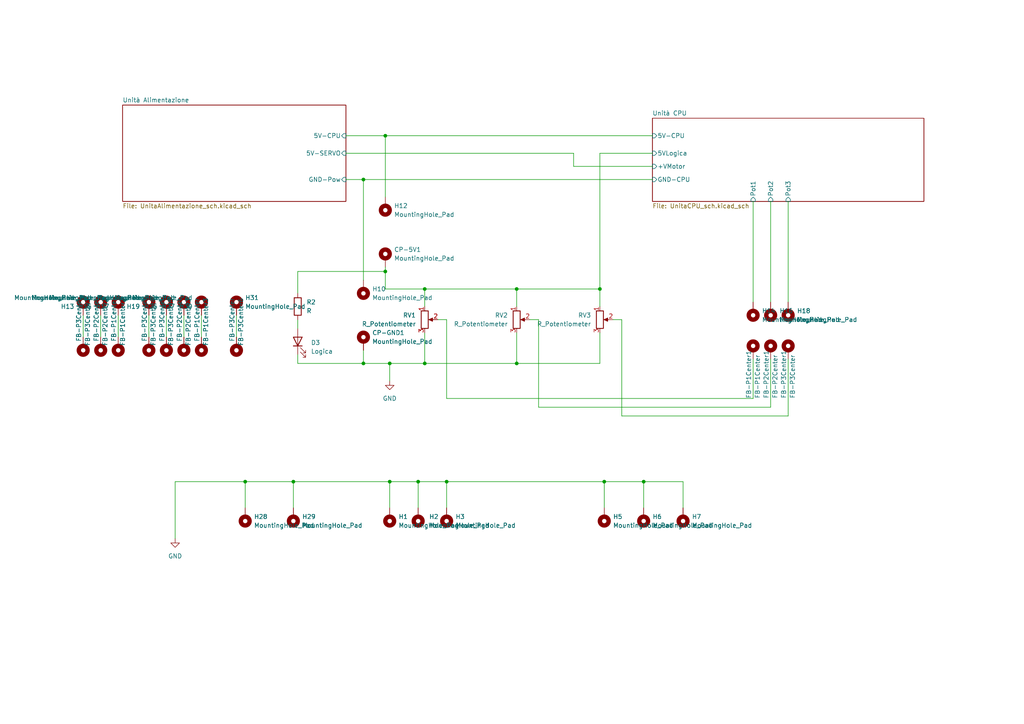
<source format=kicad_sch>
(kicad_sch (version 20211123) (generator eeschema)

  (uuid e63e39d7-6ac0-4ffd-8aa3-1841a4541b55)

  (paper "A4")

  (lib_symbols
    (symbol "Device:LED" (pin_numbers hide) (pin_names (offset 1.016) hide) (in_bom yes) (on_board yes)
      (property "Reference" "D" (id 0) (at 0 2.54 0)
        (effects (font (size 1.27 1.27)))
      )
      (property "Value" "LED" (id 1) (at 0 -2.54 0)
        (effects (font (size 1.27 1.27)))
      )
      (property "Footprint" "" (id 2) (at 0 0 0)
        (effects (font (size 1.27 1.27)) hide)
      )
      (property "Datasheet" "~" (id 3) (at 0 0 0)
        (effects (font (size 1.27 1.27)) hide)
      )
      (property "ki_keywords" "LED diode" (id 4) (at 0 0 0)
        (effects (font (size 1.27 1.27)) hide)
      )
      (property "ki_description" "Light emitting diode" (id 5) (at 0 0 0)
        (effects (font (size 1.27 1.27)) hide)
      )
      (property "ki_fp_filters" "LED* LED_SMD:* LED_THT:*" (id 6) (at 0 0 0)
        (effects (font (size 1.27 1.27)) hide)
      )
      (symbol "LED_0_1"
        (polyline
          (pts
            (xy -1.27 -1.27)
            (xy -1.27 1.27)
          )
          (stroke (width 0.254) (type default) (color 0 0 0 0))
          (fill (type none))
        )
        (polyline
          (pts
            (xy -1.27 0)
            (xy 1.27 0)
          )
          (stroke (width 0) (type default) (color 0 0 0 0))
          (fill (type none))
        )
        (polyline
          (pts
            (xy 1.27 -1.27)
            (xy 1.27 1.27)
            (xy -1.27 0)
            (xy 1.27 -1.27)
          )
          (stroke (width 0.254) (type default) (color 0 0 0 0))
          (fill (type none))
        )
        (polyline
          (pts
            (xy -3.048 -0.762)
            (xy -4.572 -2.286)
            (xy -3.81 -2.286)
            (xy -4.572 -2.286)
            (xy -4.572 -1.524)
          )
          (stroke (width 0) (type default) (color 0 0 0 0))
          (fill (type none))
        )
        (polyline
          (pts
            (xy -1.778 -0.762)
            (xy -3.302 -2.286)
            (xy -2.54 -2.286)
            (xy -3.302 -2.286)
            (xy -3.302 -1.524)
          )
          (stroke (width 0) (type default) (color 0 0 0 0))
          (fill (type none))
        )
      )
      (symbol "LED_1_1"
        (pin passive line (at -3.81 0 0) (length 2.54)
          (name "K" (effects (font (size 1.27 1.27))))
          (number "1" (effects (font (size 1.27 1.27))))
        )
        (pin passive line (at 3.81 0 180) (length 2.54)
          (name "A" (effects (font (size 1.27 1.27))))
          (number "2" (effects (font (size 1.27 1.27))))
        )
      )
    )
    (symbol "Device:R" (pin_numbers hide) (pin_names (offset 0)) (in_bom yes) (on_board yes)
      (property "Reference" "R" (id 0) (at 2.032 0 90)
        (effects (font (size 1.27 1.27)))
      )
      (property "Value" "R" (id 1) (at 0 0 90)
        (effects (font (size 1.27 1.27)))
      )
      (property "Footprint" "" (id 2) (at -1.778 0 90)
        (effects (font (size 1.27 1.27)) hide)
      )
      (property "Datasheet" "~" (id 3) (at 0 0 0)
        (effects (font (size 1.27 1.27)) hide)
      )
      (property "ki_keywords" "R res resistor" (id 4) (at 0 0 0)
        (effects (font (size 1.27 1.27)) hide)
      )
      (property "ki_description" "Resistor" (id 5) (at 0 0 0)
        (effects (font (size 1.27 1.27)) hide)
      )
      (property "ki_fp_filters" "R_*" (id 6) (at 0 0 0)
        (effects (font (size 1.27 1.27)) hide)
      )
      (symbol "R_0_1"
        (rectangle (start -1.016 -2.54) (end 1.016 2.54)
          (stroke (width 0.254) (type default) (color 0 0 0 0))
          (fill (type none))
        )
      )
      (symbol "R_1_1"
        (pin passive line (at 0 3.81 270) (length 1.27)
          (name "~" (effects (font (size 1.27 1.27))))
          (number "1" (effects (font (size 1.27 1.27))))
        )
        (pin passive line (at 0 -3.81 90) (length 1.27)
          (name "~" (effects (font (size 1.27 1.27))))
          (number "2" (effects (font (size 1.27 1.27))))
        )
      )
    )
    (symbol "Device:R_Potentiometer" (pin_names (offset 1.016) hide) (in_bom yes) (on_board yes)
      (property "Reference" "RV" (id 0) (at -4.445 0 90)
        (effects (font (size 1.27 1.27)))
      )
      (property "Value" "R_Potentiometer" (id 1) (at -2.54 0 90)
        (effects (font (size 1.27 1.27)))
      )
      (property "Footprint" "" (id 2) (at 0 0 0)
        (effects (font (size 1.27 1.27)) hide)
      )
      (property "Datasheet" "~" (id 3) (at 0 0 0)
        (effects (font (size 1.27 1.27)) hide)
      )
      (property "ki_keywords" "resistor variable" (id 4) (at 0 0 0)
        (effects (font (size 1.27 1.27)) hide)
      )
      (property "ki_description" "Potentiometer" (id 5) (at 0 0 0)
        (effects (font (size 1.27 1.27)) hide)
      )
      (property "ki_fp_filters" "Potentiometer*" (id 6) (at 0 0 0)
        (effects (font (size 1.27 1.27)) hide)
      )
      (symbol "R_Potentiometer_0_1"
        (polyline
          (pts
            (xy 2.54 0)
            (xy 1.524 0)
          )
          (stroke (width 0) (type default) (color 0 0 0 0))
          (fill (type none))
        )
        (polyline
          (pts
            (xy 1.143 0)
            (xy 2.286 0.508)
            (xy 2.286 -0.508)
            (xy 1.143 0)
          )
          (stroke (width 0) (type default) (color 0 0 0 0))
          (fill (type outline))
        )
        (rectangle (start 1.016 2.54) (end -1.016 -2.54)
          (stroke (width 0.254) (type default) (color 0 0 0 0))
          (fill (type none))
        )
      )
      (symbol "R_Potentiometer_1_1"
        (pin passive line (at 0 3.81 270) (length 1.27)
          (name "1" (effects (font (size 1.27 1.27))))
          (number "1" (effects (font (size 1.27 1.27))))
        )
        (pin passive line (at 3.81 0 180) (length 1.27)
          (name "2" (effects (font (size 1.27 1.27))))
          (number "2" (effects (font (size 1.27 1.27))))
        )
        (pin passive line (at 0 -3.81 90) (length 1.27)
          (name "3" (effects (font (size 1.27 1.27))))
          (number "3" (effects (font (size 1.27 1.27))))
        )
      )
    )
    (symbol "Mechanical:MountingHole_Pad" (pin_numbers hide) (pin_names (offset 1.016) hide) (in_bom yes) (on_board yes)
      (property "Reference" "H" (id 0) (at 0 6.35 0)
        (effects (font (size 1.27 1.27)))
      )
      (property "Value" "MountingHole_Pad" (id 1) (at 0 4.445 0)
        (effects (font (size 1.27 1.27)))
      )
      (property "Footprint" "" (id 2) (at 0 0 0)
        (effects (font (size 1.27 1.27)) hide)
      )
      (property "Datasheet" "~" (id 3) (at 0 0 0)
        (effects (font (size 1.27 1.27)) hide)
      )
      (property "ki_keywords" "mounting hole" (id 4) (at 0 0 0)
        (effects (font (size 1.27 1.27)) hide)
      )
      (property "ki_description" "Mounting Hole with connection" (id 5) (at 0 0 0)
        (effects (font (size 1.27 1.27)) hide)
      )
      (property "ki_fp_filters" "MountingHole*Pad*" (id 6) (at 0 0 0)
        (effects (font (size 1.27 1.27)) hide)
      )
      (symbol "MountingHole_Pad_0_1"
        (circle (center 0 1.27) (radius 1.27)
          (stroke (width 1.27) (type default) (color 0 0 0 0))
          (fill (type none))
        )
      )
      (symbol "MountingHole_Pad_1_1"
        (pin input line (at 0 -2.54 90) (length 2.54)
          (name "1" (effects (font (size 1.27 1.27))))
          (number "1" (effects (font (size 1.27 1.27))))
        )
      )
    )
    (symbol "power:GND" (power) (pin_names (offset 0)) (in_bom yes) (on_board yes)
      (property "Reference" "#PWR" (id 0) (at 0 -6.35 0)
        (effects (font (size 1.27 1.27)) hide)
      )
      (property "Value" "GND" (id 1) (at 0 -3.81 0)
        (effects (font (size 1.27 1.27)))
      )
      (property "Footprint" "" (id 2) (at 0 0 0)
        (effects (font (size 1.27 1.27)) hide)
      )
      (property "Datasheet" "" (id 3) (at 0 0 0)
        (effects (font (size 1.27 1.27)) hide)
      )
      (property "ki_keywords" "power-flag" (id 4) (at 0 0 0)
        (effects (font (size 1.27 1.27)) hide)
      )
      (property "ki_description" "Power symbol creates a global label with name \"GND\" , ground" (id 5) (at 0 0 0)
        (effects (font (size 1.27 1.27)) hide)
      )
      (symbol "GND_0_1"
        (polyline
          (pts
            (xy 0 0)
            (xy 0 -1.27)
            (xy 1.27 -1.27)
            (xy 0 -2.54)
            (xy -1.27 -1.27)
            (xy 0 -1.27)
          )
          (stroke (width 0) (type default) (color 0 0 0 0))
          (fill (type none))
        )
      )
      (symbol "GND_1_1"
        (pin power_in line (at 0 0 270) (length 0) hide
          (name "GND" (effects (font (size 1.27 1.27))))
          (number "1" (effects (font (size 1.27 1.27))))
        )
      )
    )
  )

  (junction (at 173.99 83.82) (diameter 0) (color 0 0 0 0)
    (uuid 013ea997-67e4-4c85-a73b-c4fd941974d0)
  )
  (junction (at 105.41 105.41) (diameter 0) (color 0 0 0 0)
    (uuid 02ca7bdb-854c-4876-a786-76493f17cd83)
  )
  (junction (at 105.41 52.07) (diameter 0) (color 0 0 0 0)
    (uuid 0e5ba606-29f1-415d-b782-15075e12dae2)
  )
  (junction (at 111.76 39.37) (diameter 0) (color 0 0 0 0)
    (uuid 100614f3-e95f-40a5-81a7-83b0ba9f091f)
  )
  (junction (at 85.09 139.7) (diameter 0) (color 0 0 0 0)
    (uuid 1a64b692-de11-4924-956e-1b13ef4f1ba3)
  )
  (junction (at 129.54 139.7) (diameter 0) (color 0 0 0 0)
    (uuid 1f105240-9a45-44c8-9416-e984839543a1)
  )
  (junction (at 113.03 139.7) (diameter 0) (color 0 0 0 0)
    (uuid 231fe841-169f-4f72-9cea-aee234e637b5)
  )
  (junction (at 71.12 139.7) (diameter 0) (color 0 0 0 0)
    (uuid 2522e37b-4b1c-45d0-85e8-749214fee16f)
  )
  (junction (at 113.03 105.41) (diameter 0) (color 0 0 0 0)
    (uuid 2b881fd9-9372-4337-9f5e-56b768136bf3)
  )
  (junction (at 175.26 139.7) (diameter 0) (color 0 0 0 0)
    (uuid 2db42515-9eb2-420b-a4f1-cebd4f2762b0)
  )
  (junction (at 121.285 139.7) (diameter 0) (color 0 0 0 0)
    (uuid 61f3ca02-c38b-4383-8fd3-c64a397465a1)
  )
  (junction (at 149.86 105.41) (diameter 0) (color 0 0 0 0)
    (uuid 6762deaf-87b3-4b6c-9459-96aa34012e6a)
  )
  (junction (at 186.69 139.7) (diameter 0) (color 0 0 0 0)
    (uuid 7dee8e97-7b49-4d31-b06d-c646cee20c99)
  )
  (junction (at 123.19 83.82) (diameter 0) (color 0 0 0 0)
    (uuid a1b8de98-89b0-4324-8434-b32bfb006ead)
  )
  (junction (at 111.76 78.74) (diameter 0) (color 0 0 0 0)
    (uuid a759c16e-80d1-41fe-9783-a2b378360a00)
  )
  (junction (at 123.19 105.41) (diameter 0) (color 0 0 0 0)
    (uuid cec42cd6-9179-4d89-9340-73b8b8847a81)
  )
  (junction (at 149.86 83.82) (diameter 0) (color 0 0 0 0)
    (uuid cef57f78-8ee2-4b5b-971d-07808e19b54b)
  )

  (wire (pts (xy 180.34 92.71) (xy 177.8 92.71))
    (stroke (width 0) (type default) (color 0 0 0 0))
    (uuid 044f5ca3-d113-4908-967e-c419c4376772)
  )
  (wire (pts (xy 180.34 120.65) (xy 180.34 92.71))
    (stroke (width 0) (type default) (color 0 0 0 0))
    (uuid 04cd9eab-c91f-472b-9883-0a413baa54f7)
  )
  (wire (pts (xy 105.41 52.07) (xy 189.23 52.07))
    (stroke (width 0) (type default) (color 0 0 0 0))
    (uuid 0747279c-ab36-4808-926f-881c63b8fe4a)
  )
  (wire (pts (xy 71.12 139.7) (xy 85.09 139.7))
    (stroke (width 0) (type default) (color 0 0 0 0))
    (uuid 07dbfa1f-17e9-4f4e-8c78-3db9cfc5e400)
  )
  (wire (pts (xy 48.26 91.44) (xy 48.26 97.79))
    (stroke (width 0) (type default) (color 0 0 0 0))
    (uuid 0a24fb41-fbe2-4a55-9f34-07904d20dc2a)
  )
  (wire (pts (xy 189.23 44.45) (xy 173.99 44.45))
    (stroke (width 0) (type default) (color 0 0 0 0))
    (uuid 0d81022f-75d4-422d-9e0e-dd52a55e3ae1)
  )
  (wire (pts (xy 86.36 105.41) (xy 105.41 105.41))
    (stroke (width 0) (type default) (color 0 0 0 0))
    (uuid 14954291-3c23-48c2-8ba2-97b9da424129)
  )
  (wire (pts (xy 113.03 105.41) (xy 123.19 105.41))
    (stroke (width 0) (type default) (color 0 0 0 0))
    (uuid 14bbbfb5-d749-41c0-b0cd-89e1e2771d8b)
  )
  (wire (pts (xy 58.42 91.44) (xy 58.42 97.79))
    (stroke (width 0) (type default) (color 0 0 0 0))
    (uuid 165c7ff5-e1e6-4d2f-b4a1-7e6dad49c085)
  )
  (wire (pts (xy 86.36 78.74) (xy 111.76 78.74))
    (stroke (width 0) (type default) (color 0 0 0 0))
    (uuid 17798d7e-17b6-43d3-9405-3f46f50f6006)
  )
  (wire (pts (xy 111.76 83.82) (xy 123.19 83.82))
    (stroke (width 0) (type default) (color 0 0 0 0))
    (uuid 1a302d6d-c61c-4b5e-bb5b-b2c37d382267)
  )
  (wire (pts (xy 111.76 39.37) (xy 111.76 57.15))
    (stroke (width 0) (type default) (color 0 0 0 0))
    (uuid 23d9876c-9c1c-4e69-81e0-418a7b9b8156)
  )
  (wire (pts (xy 218.44 115.57) (xy 129.54 115.57))
    (stroke (width 0) (type default) (color 0 0 0 0))
    (uuid 2d5cb624-cdeb-45d6-8ebb-3cad54de937c)
  )
  (wire (pts (xy 111.76 78.74) (xy 111.76 83.82))
    (stroke (width 0) (type default) (color 0 0 0 0))
    (uuid 308c0f37-e1ba-4eff-8f28-dddfa68ccd4f)
  )
  (wire (pts (xy 105.41 101.6) (xy 105.41 105.41))
    (stroke (width 0) (type default) (color 0 0 0 0))
    (uuid 3263febc-683e-41b7-acdb-9a4591c8a863)
  )
  (wire (pts (xy 53.34 91.44) (xy 53.34 97.79))
    (stroke (width 0) (type default) (color 0 0 0 0))
    (uuid 362810d3-064e-44f4-89ea-b9b352c04be7)
  )
  (wire (pts (xy 123.19 83.82) (xy 149.86 83.82))
    (stroke (width 0) (type default) (color 0 0 0 0))
    (uuid 3b9ed512-2207-4134-8ab8-074af002f6c4)
  )
  (wire (pts (xy 111.76 77.47) (xy 111.76 78.74))
    (stroke (width 0) (type default) (color 0 0 0 0))
    (uuid 3cd64554-b157-4121-a2b1-57affe56f330)
  )
  (wire (pts (xy 68.58 91.44) (xy 68.58 97.79))
    (stroke (width 0) (type default) (color 0 0 0 0))
    (uuid 3dc47751-aad8-4685-883d-1638d476f76e)
  )
  (wire (pts (xy 113.03 139.7) (xy 113.03 147.32))
    (stroke (width 0) (type default) (color 0 0 0 0))
    (uuid 3dcb6206-414e-4f89-befa-3ac73ef0ac3e)
  )
  (wire (pts (xy 71.12 139.7) (xy 71.12 147.32))
    (stroke (width 0) (type default) (color 0 0 0 0))
    (uuid 3de443f1-c53e-4d41-85cf-f6bdfbc077ee)
  )
  (wire (pts (xy 123.19 105.41) (xy 149.86 105.41))
    (stroke (width 0) (type default) (color 0 0 0 0))
    (uuid 3e9e4983-8e90-4ecb-9cb6-18aaef3c10ef)
  )
  (wire (pts (xy 43.18 91.44) (xy 43.18 97.79))
    (stroke (width 0) (type default) (color 0 0 0 0))
    (uuid 416d78f5-df26-4e80-bcfe-e14b93bc238c)
  )
  (wire (pts (xy 105.41 52.07) (xy 105.41 81.28))
    (stroke (width 0) (type default) (color 0 0 0 0))
    (uuid 422e01d3-bd9d-4264-bede-9823fe91cdcf)
  )
  (wire (pts (xy 223.52 58.42) (xy 223.52 87.63))
    (stroke (width 0) (type default) (color 0 0 0 0))
    (uuid 44321113-af3a-4d9e-bf31-d2770c836e5e)
  )
  (wire (pts (xy 149.86 96.52) (xy 149.86 105.41))
    (stroke (width 0) (type default) (color 0 0 0 0))
    (uuid 465ecb27-7138-4270-8ad8-b99faa854fad)
  )
  (wire (pts (xy 86.36 92.71) (xy 86.36 95.25))
    (stroke (width 0) (type default) (color 0 0 0 0))
    (uuid 491d827f-f48b-40b0-9be5-4db8c3b10e15)
  )
  (wire (pts (xy 223.52 118.11) (xy 156.21 118.11))
    (stroke (width 0) (type default) (color 0 0 0 0))
    (uuid 4a443588-6a1d-408e-a939-f58fed09f5ca)
  )
  (wire (pts (xy 175.26 139.7) (xy 186.69 139.7))
    (stroke (width 0) (type default) (color 0 0 0 0))
    (uuid 515c5576-0987-4b57-9e87-6be502c7b197)
  )
  (wire (pts (xy 156.21 118.11) (xy 156.21 92.71))
    (stroke (width 0) (type default) (color 0 0 0 0))
    (uuid 550f05da-7829-4e54-8ee0-6bdeaafcbd8a)
  )
  (wire (pts (xy 173.99 83.82) (xy 173.99 88.9))
    (stroke (width 0) (type default) (color 0 0 0 0))
    (uuid 55b4a7b2-dc10-4200-9c7c-c7d5dbf7fae1)
  )
  (wire (pts (xy 113.03 139.7) (xy 121.285 139.7))
    (stroke (width 0) (type default) (color 0 0 0 0))
    (uuid 5607ec6a-7afe-4b06-9982-5b712a029a50)
  )
  (wire (pts (xy 149.86 83.82) (xy 149.86 88.9))
    (stroke (width 0) (type default) (color 0 0 0 0))
    (uuid 59739500-725a-44a3-8db2-8d4cfc853523)
  )
  (wire (pts (xy 228.6 58.42) (xy 228.6 87.63))
    (stroke (width 0) (type default) (color 0 0 0 0))
    (uuid 59bc57f3-ad9d-4e77-9abd-78f81d4b053a)
  )
  (wire (pts (xy 129.54 139.7) (xy 175.26 139.7))
    (stroke (width 0) (type default) (color 0 0 0 0))
    (uuid 5a5d023a-182e-48ab-904f-0804b4680798)
  )
  (wire (pts (xy 113.03 105.41) (xy 113.03 110.49))
    (stroke (width 0) (type default) (color 0 0 0 0))
    (uuid 5d646318-9346-450e-b3e4-4fca339d6cde)
  )
  (wire (pts (xy 50.8 139.7) (xy 71.12 139.7))
    (stroke (width 0) (type default) (color 0 0 0 0))
    (uuid 5ec4d6b4-44b5-4d37-8371-63965b41e97d)
  )
  (wire (pts (xy 149.86 83.82) (xy 173.99 83.82))
    (stroke (width 0) (type default) (color 0 0 0 0))
    (uuid 6149a6ee-c1e6-4a9a-bed1-8bd3494a818c)
  )
  (wire (pts (xy 218.44 104.14) (xy 218.44 115.57))
    (stroke (width 0) (type default) (color 0 0 0 0))
    (uuid 62cfc4fa-5a03-42e2-8897-6781688d9277)
  )
  (wire (pts (xy 85.09 139.7) (xy 85.09 147.32))
    (stroke (width 0) (type default) (color 0 0 0 0))
    (uuid 6536304e-e898-43e5-8f33-f9619af70667)
  )
  (wire (pts (xy 85.09 139.7) (xy 113.03 139.7))
    (stroke (width 0) (type default) (color 0 0 0 0))
    (uuid 657814eb-af14-46a8-ad09-8dffac3b30ae)
  )
  (wire (pts (xy 186.69 139.7) (xy 198.12 139.7))
    (stroke (width 0) (type default) (color 0 0 0 0))
    (uuid 6b1ce413-aa58-416f-9846-ad551032e26e)
  )
  (wire (pts (xy 100.33 39.37) (xy 111.76 39.37))
    (stroke (width 0) (type default) (color 0 0 0 0))
    (uuid 6dd07dbc-24b7-4960-95f2-8ee9adbf89a6)
  )
  (wire (pts (xy 111.76 39.37) (xy 189.23 39.37))
    (stroke (width 0) (type default) (color 0 0 0 0))
    (uuid 6e77ae94-2142-4b98-9a17-7a08f402d184)
  )
  (wire (pts (xy 100.33 44.45) (xy 166.37 44.45))
    (stroke (width 0) (type default) (color 0 0 0 0))
    (uuid 70cacd5d-bd17-4a97-89f1-271a2d89575f)
  )
  (wire (pts (xy 186.69 139.7) (xy 186.69 147.32))
    (stroke (width 0) (type default) (color 0 0 0 0))
    (uuid 757d8d87-b687-4a9c-bbce-38d43c76724a)
  )
  (wire (pts (xy 223.52 104.14) (xy 223.52 118.11))
    (stroke (width 0) (type default) (color 0 0 0 0))
    (uuid 7631825c-ac80-4af2-adaa-ba1835fd1556)
  )
  (wire (pts (xy 218.44 58.42) (xy 218.44 87.63))
    (stroke (width 0) (type default) (color 0 0 0 0))
    (uuid 7fa6b574-0e5b-4345-b7b3-8c66cedbc2e6)
  )
  (wire (pts (xy 166.37 48.26) (xy 189.23 48.26))
    (stroke (width 0) (type default) (color 0 0 0 0))
    (uuid 823d05ec-10e9-46f4-995f-4369b30df2c8)
  )
  (wire (pts (xy 173.99 44.45) (xy 173.99 83.82))
    (stroke (width 0) (type default) (color 0 0 0 0))
    (uuid 8db6ced9-6da5-43bf-99c0-58d5dd0ca249)
  )
  (wire (pts (xy 86.36 85.09) (xy 86.36 78.74))
    (stroke (width 0) (type default) (color 0 0 0 0))
    (uuid 8dc44e4c-9013-4632-be08-aa6d653f0273)
  )
  (wire (pts (xy 29.21 91.44) (xy 29.21 97.79))
    (stroke (width 0) (type default) (color 0 0 0 0))
    (uuid 8f30ca13-746f-4d67-99fd-72f867a8a35b)
  )
  (wire (pts (xy 105.41 105.41) (xy 113.03 105.41))
    (stroke (width 0) (type default) (color 0 0 0 0))
    (uuid 8f584f9f-ecfd-4de8-899e-835e96ae7b4c)
  )
  (wire (pts (xy 24.13 91.44) (xy 24.13 97.79))
    (stroke (width 0) (type default) (color 0 0 0 0))
    (uuid 9b3c4ef2-d490-4716-b993-c1bfded94224)
  )
  (wire (pts (xy 123.19 83.82) (xy 123.19 88.9))
    (stroke (width 0) (type default) (color 0 0 0 0))
    (uuid a63baa35-859a-4d52-a41e-bbfa2d8a8e61)
  )
  (wire (pts (xy 129.54 139.7) (xy 129.54 147.32))
    (stroke (width 0) (type default) (color 0 0 0 0))
    (uuid b0a552b8-bc5d-41e8-93ec-a39943804b37)
  )
  (wire (pts (xy 175.26 139.7) (xy 175.26 147.32))
    (stroke (width 0) (type default) (color 0 0 0 0))
    (uuid b2fe2dcb-888d-48b3-8397-2ba0d6e35321)
  )
  (wire (pts (xy 166.37 44.45) (xy 166.37 48.26))
    (stroke (width 0) (type default) (color 0 0 0 0))
    (uuid b59ee4b1-3a05-4929-afcd-0bab363aea33)
  )
  (wire (pts (xy 129.54 92.71) (xy 129.54 115.57))
    (stroke (width 0) (type default) (color 0 0 0 0))
    (uuid b609c598-c27b-41b3-9251-01dff298c8b5)
  )
  (wire (pts (xy 121.285 139.7) (xy 121.285 147.32))
    (stroke (width 0) (type default) (color 0 0 0 0))
    (uuid b9748f2b-72a2-4c39-a2a2-bc18197febd3)
  )
  (wire (pts (xy 149.86 105.41) (xy 173.99 105.41))
    (stroke (width 0) (type default) (color 0 0 0 0))
    (uuid bcf1b58b-9f5d-4c6c-86b2-c10bab7290bc)
  )
  (wire (pts (xy 50.8 156.21) (xy 50.8 139.7))
    (stroke (width 0) (type default) (color 0 0 0 0))
    (uuid ca7ae5d5-afed-479d-b0b8-d5e4a9819786)
  )
  (wire (pts (xy 228.6 120.65) (xy 180.34 120.65))
    (stroke (width 0) (type default) (color 0 0 0 0))
    (uuid cca8aa27-a793-45ba-94e4-ef31e95139cc)
  )
  (wire (pts (xy 228.6 104.14) (xy 228.6 120.65))
    (stroke (width 0) (type default) (color 0 0 0 0))
    (uuid cf79d464-601a-4bae-bf4d-97e21266c729)
  )
  (wire (pts (xy 156.21 92.71) (xy 153.67 92.71))
    (stroke (width 0) (type default) (color 0 0 0 0))
    (uuid d0dae0f9-8a88-4ef1-9511-18529adba88a)
  )
  (wire (pts (xy 127 92.71) (xy 129.54 92.71))
    (stroke (width 0) (type default) (color 0 0 0 0))
    (uuid d3a6f518-35b3-4da1-a996-5260ba25b6e6)
  )
  (wire (pts (xy 123.19 96.52) (xy 123.19 105.41))
    (stroke (width 0) (type default) (color 0 0 0 0))
    (uuid d72d203c-c45e-4bbd-b8db-ba84652b32da)
  )
  (wire (pts (xy 198.12 139.7) (xy 198.12 147.32))
    (stroke (width 0) (type default) (color 0 0 0 0))
    (uuid db65f7aa-647c-4afa-a319-bab98cd96811)
  )
  (wire (pts (xy 86.36 102.87) (xy 86.36 105.41))
    (stroke (width 0) (type default) (color 0 0 0 0))
    (uuid df1f36a1-46b8-4d6b-852e-ddb0b1fa07be)
  )
  (wire (pts (xy 121.285 139.7) (xy 129.54 139.7))
    (stroke (width 0) (type default) (color 0 0 0 0))
    (uuid f1ab78ad-0544-4081-9add-1c15b93a65ea)
  )
  (wire (pts (xy 173.99 96.52) (xy 173.99 105.41))
    (stroke (width 0) (type default) (color 0 0 0 0))
    (uuid f4e1b81e-f02a-451a-905f-f000b6b75e92)
  )
  (wire (pts (xy 34.29 91.44) (xy 34.29 97.79))
    (stroke (width 0) (type default) (color 0 0 0 0))
    (uuid f5bf0ab3-d400-4975-a0aa-e5fe96a0ed1e)
  )
  (wire (pts (xy 100.33 52.07) (xy 105.41 52.07))
    (stroke (width 0) (type default) (color 0 0 0 0))
    (uuid f69557d9-537a-4277-ab33-2a6be972a8b2)
  )

  (symbol (lib_id "power:GND") (at 50.8 156.21 0) (unit 1)
    (in_bom yes) (on_board yes) (fields_autoplaced)
    (uuid 00784d86-2448-4b04-a05e-0732d4d827d0)
    (property "Reference" "#PWR0102" (id 0) (at 50.8 162.56 0)
      (effects (font (size 1.27 1.27)) hide)
    )
    (property "Value" "GND" (id 1) (at 50.8 161.29 0))
    (property "Footprint" "" (id 2) (at 50.8 156.21 0)
      (effects (font (size 1.27 1.27)) hide)
    )
    (property "Datasheet" "" (id 3) (at 50.8 156.21 0)
      (effects (font (size 1.27 1.27)) hide)
    )
    (pin "1" (uuid 5845f042-3a28-4f57-a053-041a9a8fd41c))
  )

  (symbol (lib_id "Mechanical:MountingHole_Pad") (at 71.12 149.86 180) (unit 1)
    (in_bom yes) (on_board yes) (fields_autoplaced)
    (uuid 085d1d5a-23d4-4772-9ca8-6699b7670a98)
    (property "Reference" "H28" (id 0) (at 73.66 149.8599 0)
      (effects (font (size 1.27 1.27)) (justify right))
    )
    (property "Value" "MountingHole_Pad" (id 1) (at 73.66 152.3999 0)
      (effects (font (size 1.27 1.27)) (justify right))
    )
    (property "Footprint" "MountingHole:MountingHole_6.5mm_Pad_Via" (id 2) (at 71.12 149.86 0)
      (effects (font (size 1.27 1.27)) hide)
    )
    (property "Datasheet" "~" (id 3) (at 71.12 149.86 0)
      (effects (font (size 1.27 1.27)) hide)
    )
    (pin "1" (uuid 882c8532-f968-412b-a18b-a33e34a874e0))
  )

  (symbol (lib_id "Mechanical:MountingHole_Pad") (at 105.41 83.82 180) (unit 1)
    (in_bom yes) (on_board yes) (fields_autoplaced)
    (uuid 0862c125-59e8-4c8d-b4fa-e65482907ea4)
    (property "Reference" "H10" (id 0) (at 107.95 83.8199 0)
      (effects (font (size 1.27 1.27)) (justify right))
    )
    (property "Value" "MountingHole_Pad" (id 1) (at 107.95 86.3599 0)
      (effects (font (size 1.27 1.27)) (justify right))
    )
    (property "Footprint" "MountingHole:Asola" (id 2) (at 105.41 83.82 0)
      (effects (font (size 1.27 1.27)) hide)
    )
    (property "Datasheet" "~" (id 3) (at 105.41 83.82 0)
      (effects (font (size 1.27 1.27)) hide)
    )
    (pin "1" (uuid 156a3827-d676-4944-89e6-7927ff6d72b9))
  )

  (symbol (lib_id "Mechanical:MountingHole_Pad") (at 48.26 100.33 180) (unit 1)
    (in_bom yes) (on_board yes)
    (uuid 0ae336a3-ef93-4363-ae73-74cf76fbefda)
    (property "Reference" "FB-P3Center5" (id 0) (at 49.53 86.36 90)
      (effects (font (size 1.27 1.27)) (justify left))
    )
    (property "Value" "FB-P3Center" (id 1) (at 46.99 86.36 90)
      (effects (font (size 1.27 1.27)) (justify left))
    )
    (property "Footprint" "MountingHole:TenonePerAsola" (id 2) (at 48.26 100.33 0)
      (effects (font (size 1.27 1.27)) hide)
    )
    (property "Datasheet" "~" (id 3) (at 48.26 100.33 0)
      (effects (font (size 1.27 1.27)) hide)
    )
    (pin "1" (uuid 54c41f45-f819-4214-9f8c-9e54181e7e30))
  )

  (symbol (lib_id "Mechanical:MountingHole_Pad") (at 111.76 59.69 180) (unit 1)
    (in_bom yes) (on_board yes) (fields_autoplaced)
    (uuid 192e6909-4b91-48bf-ab13-775f2f7da56b)
    (property "Reference" "H12" (id 0) (at 114.3 59.6899 0)
      (effects (font (size 1.27 1.27)) (justify right))
    )
    (property "Value" "MountingHole_Pad" (id 1) (at 114.3 62.2299 0)
      (effects (font (size 1.27 1.27)) (justify right))
    )
    (property "Footprint" "MountingHole:Asola" (id 2) (at 111.76 59.69 0)
      (effects (font (size 1.27 1.27)) hide)
    )
    (property "Datasheet" "~" (id 3) (at 111.76 59.69 0)
      (effects (font (size 1.27 1.27)) hide)
    )
    (pin "1" (uuid fff1ce8b-058d-4dad-8b3f-aa576a0f4abc))
  )

  (symbol (lib_id "Device:R") (at 86.36 88.9 0) (unit 1)
    (in_bom yes) (on_board yes) (fields_autoplaced)
    (uuid 1fef8e5d-dc62-4e74-a011-dc40bb853346)
    (property "Reference" "R2" (id 0) (at 88.9 87.6299 0)
      (effects (font (size 1.27 1.27)) (justify left))
    )
    (property "Value" "R" (id 1) (at 88.9 90.1699 0)
      (effects (font (size 1.27 1.27)) (justify left))
    )
    (property "Footprint" "Resistor_THT:R_Axial_DIN0309_L9.0mm_D3.2mm_P20.32mm_Horizontal" (id 2) (at 84.582 88.9 90)
      (effects (font (size 1.27 1.27)) hide)
    )
    (property "Datasheet" "~" (id 3) (at 86.36 88.9 0)
      (effects (font (size 1.27 1.27)) hide)
    )
    (pin "1" (uuid fc3e3262-baa7-496f-8c1a-5996e0d5961c))
    (pin "2" (uuid 27e084e7-4b05-4b94-934b-90bae972fa0c))
  )

  (symbol (lib_id "Mechanical:MountingHole_Pad") (at 53.34 88.9 0) (unit 1)
    (in_bom yes) (on_board yes) (fields_autoplaced)
    (uuid 2746af1e-d66a-4003-b172-db1b11bd6f1a)
    (property "Reference" "H27" (id 0) (at 50.8 88.9001 0)
      (effects (font (size 1.27 1.27)) (justify right))
    )
    (property "Value" "MountingHole_Pad" (id 1) (at 50.8 86.3601 0)
      (effects (font (size 1.27 1.27)) (justify right))
    )
    (property "Footprint" "MountingHole:TenonePerAsola" (id 2) (at 53.34 88.9 0)
      (effects (font (size 1.27 1.27)) hide)
    )
    (property "Datasheet" "~" (id 3) (at 53.34 88.9 0)
      (effects (font (size 1.27 1.27)) hide)
    )
    (pin "1" (uuid 3e954309-d637-4a90-b3c9-5ea071e81225))
  )

  (symbol (lib_id "power:GND") (at 113.03 110.49 0) (unit 1)
    (in_bom yes) (on_board yes) (fields_autoplaced)
    (uuid 2a2f5d24-cc9f-4874-9b9c-ab7178924b61)
    (property "Reference" "#PWR0101" (id 0) (at 113.03 116.84 0)
      (effects (font (size 1.27 1.27)) hide)
    )
    (property "Value" "GND" (id 1) (at 113.03 115.57 0))
    (property "Footprint" "" (id 2) (at 113.03 110.49 0)
      (effects (font (size 1.27 1.27)) hide)
    )
    (property "Datasheet" "" (id 3) (at 113.03 110.49 0)
      (effects (font (size 1.27 1.27)) hide)
    )
    (pin "1" (uuid 1b4e9d66-e64e-4bde-910f-e9d5de11a982))
  )

  (symbol (lib_id "Mechanical:MountingHole_Pad") (at 53.34 100.33 180) (unit 1)
    (in_bom yes) (on_board yes)
    (uuid 301c78e6-0fda-4f51-82ca-2cb7ed4bcff9)
    (property "Reference" "FB-P2Center3" (id 0) (at 54.61 86.36 90)
      (effects (font (size 1.27 1.27)) (justify left))
    )
    (property "Value" "FB-P2Center" (id 1) (at 52.07 86.36 90)
      (effects (font (size 1.27 1.27)) (justify left))
    )
    (property "Footprint" "MountingHole:TenonePerAsola" (id 2) (at 53.34 100.33 0)
      (effects (font (size 1.27 1.27)) hide)
    )
    (property "Datasheet" "~" (id 3) (at 53.34 100.33 0)
      (effects (font (size 1.27 1.27)) hide)
    )
    (pin "1" (uuid 2a2f22c2-28ae-4de6-82ef-6ee75e6967cc))
  )

  (symbol (lib_id "Mechanical:MountingHole_Pad") (at 58.42 100.33 180) (unit 1)
    (in_bom yes) (on_board yes)
    (uuid 37d6b657-ed87-4d0a-86b2-b00f6b5c3cf1)
    (property "Reference" "FB-P1Center3" (id 0) (at 59.69 86.36 90)
      (effects (font (size 1.27 1.27)) (justify left))
    )
    (property "Value" "FB-P1Center" (id 1) (at 57.15 86.36 90)
      (effects (font (size 1.27 1.27)) (justify left))
    )
    (property "Footprint" "MountingHole:TenonePerAsola" (id 2) (at 58.42 100.33 0)
      (effects (font (size 1.27 1.27)) hide)
    )
    (property "Datasheet" "~" (id 3) (at 58.42 100.33 0)
      (effects (font (size 1.27 1.27)) hide)
    )
    (pin "1" (uuid 2afce2dd-26bc-4237-9d16-f4a46ab70386))
  )

  (symbol (lib_id "Device:R_Potentiometer") (at 173.99 92.71 0) (unit 1)
    (in_bom yes) (on_board yes) (fields_autoplaced)
    (uuid 3d5cf429-0f57-410f-9cb4-66e75156a04a)
    (property "Reference" "RV3" (id 0) (at 171.45 91.4399 0)
      (effects (font (size 1.27 1.27)) (justify right))
    )
    (property "Value" "R_Potentiometer" (id 1) (at 171.45 93.9799 0)
      (effects (font (size 1.27 1.27)) (justify right))
    )
    (property "Footprint" "Potentiometer_THT:Potentiometer_Omeg_PC16BU_Vertical" (id 2) (at 173.99 92.71 0)
      (effects (font (size 1.27 1.27)) hide)
    )
    (property "Datasheet" "~" (id 3) (at 173.99 92.71 0)
      (effects (font (size 1.27 1.27)) hide)
    )
    (pin "1" (uuid c459c747-6bb6-451d-91d6-09d9c28ecdd1))
    (pin "2" (uuid 85a3fc1d-adf6-4c23-b50b-560ca519eefc))
    (pin "3" (uuid 2b2ca613-b7a8-4897-b845-22dbbd61707e))
  )

  (symbol (lib_id "Mechanical:MountingHole_Pad") (at 43.18 100.33 180) (unit 1)
    (in_bom yes) (on_board yes)
    (uuid 4b0c1e43-b6c2-4442-82f2-12eae0c51f4c)
    (property "Reference" "FB-P3Center4" (id 0) (at 44.45 86.36 90)
      (effects (font (size 1.27 1.27)) (justify left))
    )
    (property "Value" "FB-P3Center" (id 1) (at 41.91 86.36 90)
      (effects (font (size 1.27 1.27)) (justify left))
    )
    (property "Footprint" "MountingHole:TenonePerAsola" (id 2) (at 43.18 100.33 0)
      (effects (font (size 1.27 1.27)) hide)
    )
    (property "Datasheet" "~" (id 3) (at 43.18 100.33 0)
      (effects (font (size 1.27 1.27)) hide)
    )
    (pin "1" (uuid 4e1d43bb-032f-46bc-9a3d-b647fca0460e))
  )

  (symbol (lib_id "Mechanical:MountingHole_Pad") (at 24.13 88.9 0) (unit 1)
    (in_bom yes) (on_board yes) (fields_autoplaced)
    (uuid 5763f801-f2e9-44f4-90c0-a735c2452ef4)
    (property "Reference" "H13" (id 0) (at 21.59 88.9001 0)
      (effects (font (size 1.27 1.27)) (justify right))
    )
    (property "Value" "MountingHole_Pad" (id 1) (at 21.59 86.3601 0)
      (effects (font (size 1.27 1.27)) (justify right))
    )
    (property "Footprint" "MountingHole:TenonePerAsola" (id 2) (at 24.13 88.9 0)
      (effects (font (size 1.27 1.27)) hide)
    )
    (property "Datasheet" "~" (id 3) (at 24.13 88.9 0)
      (effects (font (size 1.27 1.27)) hide)
    )
    (pin "1" (uuid a27ba186-e4bd-43f5-9e13-1a9748fd15f4))
  )

  (symbol (lib_id "Mechanical:MountingHole_Pad") (at 175.26 149.86 180) (unit 1)
    (in_bom yes) (on_board yes) (fields_autoplaced)
    (uuid 6352cb34-5990-44a6-9b8a-d0ea92ab2ea6)
    (property "Reference" "H5" (id 0) (at 177.8 149.8599 0)
      (effects (font (size 1.27 1.27)) (justify right))
    )
    (property "Value" "MountingHole_Pad" (id 1) (at 177.8 152.3999 0)
      (effects (font (size 1.27 1.27)) (justify right))
    )
    (property "Footprint" "MountingHole:MountingHole_6.5mm_Pad_Via" (id 2) (at 175.26 149.86 0)
      (effects (font (size 1.27 1.27)) hide)
    )
    (property "Datasheet" "~" (id 3) (at 175.26 149.86 0)
      (effects (font (size 1.27 1.27)) hide)
    )
    (pin "1" (uuid 3fe3c003-5cfd-42d1-8228-99643440c8a9))
  )

  (symbol (lib_id "Mechanical:MountingHole_Pad") (at 121.285 149.86 180) (unit 1)
    (in_bom yes) (on_board yes) (fields_autoplaced)
    (uuid 699bdce4-c012-4541-958e-d28450620344)
    (property "Reference" "H2" (id 0) (at 124.46 149.8599 0)
      (effects (font (size 1.27 1.27)) (justify right))
    )
    (property "Value" "MountingHole_Pad" (id 1) (at 124.46 152.3999 0)
      (effects (font (size 1.27 1.27)) (justify right))
    )
    (property "Footprint" "MountingHole:MountingHole_4.3x6.2mm_M4_Pad_Via" (id 2) (at 121.285 149.86 0)
      (effects (font (size 1.27 1.27)) hide)
    )
    (property "Datasheet" "~" (id 3) (at 121.285 149.86 0)
      (effects (font (size 1.27 1.27)) hide)
    )
    (pin "1" (uuid 1aa5d1a3-aba4-4258-8f8e-c6136f93d5e0))
  )

  (symbol (lib_id "Mechanical:MountingHole_Pad") (at 29.21 100.33 180) (unit 1)
    (in_bom yes) (on_board yes)
    (uuid 72eb69ed-5b51-4de4-956e-2b13b03c310f)
    (property "Reference" "FB-P2Center2" (id 0) (at 30.48 86.36 90)
      (effects (font (size 1.27 1.27)) (justify left))
    )
    (property "Value" "FB-P2Center" (id 1) (at 27.94 86.36 90)
      (effects (font (size 1.27 1.27)) (justify left))
    )
    (property "Footprint" "MountingHole:TenonePerAsola" (id 2) (at 29.21 100.33 0)
      (effects (font (size 1.27 1.27)) hide)
    )
    (property "Datasheet" "~" (id 3) (at 29.21 100.33 0)
      (effects (font (size 1.27 1.27)) hide)
    )
    (pin "1" (uuid bb082373-b6ff-40e5-94bd-b42535cf97f3))
  )

  (symbol (lib_id "Mechanical:MountingHole_Pad") (at 223.52 90.17 180) (unit 1)
    (in_bom yes) (on_board yes) (fields_autoplaced)
    (uuid 7fe7fe5a-788b-4142-827a-04f6571ed256)
    (property "Reference" "H16" (id 0) (at 226.06 90.1699 0)
      (effects (font (size 1.27 1.27)) (justify right))
    )
    (property "Value" "MountingHole_Pad" (id 1) (at 226.06 92.7099 0)
      (effects (font (size 1.27 1.27)) (justify right))
    )
    (property "Footprint" "MountingHole:Asola" (id 2) (at 223.52 90.17 0)
      (effects (font (size 1.27 1.27)) hide)
    )
    (property "Datasheet" "~" (id 3) (at 223.52 90.17 0)
      (effects (font (size 1.27 1.27)) hide)
    )
    (pin "1" (uuid f81105b5-3295-4a9e-8da4-2b8a2b4f79f7))
  )

  (symbol (lib_id "Device:R_Potentiometer") (at 149.86 92.71 0) (unit 1)
    (in_bom yes) (on_board yes) (fields_autoplaced)
    (uuid 81a24744-1b3c-42a9-b32d-fc07eaacea1b)
    (property "Reference" "RV2" (id 0) (at 147.32 91.4399 0)
      (effects (font (size 1.27 1.27)) (justify right))
    )
    (property "Value" "R_Potentiometer" (id 1) (at 147.32 93.9799 0)
      (effects (font (size 1.27 1.27)) (justify right))
    )
    (property "Footprint" "Potentiometer_THT:Potentiometer_Omeg_PC16BU_Vertical" (id 2) (at 149.86 92.71 0)
      (effects (font (size 1.27 1.27)) hide)
    )
    (property "Datasheet" "~" (id 3) (at 149.86 92.71 0)
      (effects (font (size 1.27 1.27)) hide)
    )
    (pin "1" (uuid 1bdb6751-ac6c-47b8-998e-853c39a5a061))
    (pin "2" (uuid 548980bb-0cab-409c-b18b-02c9fae209ee))
    (pin "3" (uuid e6e66b1b-33d5-41ae-8f3e-d686540e4bed))
  )

  (symbol (lib_id "Mechanical:MountingHole_Pad") (at 34.29 100.33 180) (unit 1)
    (in_bom yes) (on_board yes)
    (uuid 81b2bd29-abd1-433e-b896-5d021db661b1)
    (property "Reference" "FB-P1Center2" (id 0) (at 35.56 86.36 90)
      (effects (font (size 1.27 1.27)) (justify left))
    )
    (property "Value" "FB-P1Center" (id 1) (at 33.02 86.36 90)
      (effects (font (size 1.27 1.27)) (justify left))
    )
    (property "Footprint" "MountingHole:TenonePerAsola" (id 2) (at 34.29 100.33 0)
      (effects (font (size 1.27 1.27)) hide)
    )
    (property "Datasheet" "~" (id 3) (at 34.29 100.33 0)
      (effects (font (size 1.27 1.27)) hide)
    )
    (pin "1" (uuid 3b923ee3-372c-4eab-9df4-6e9c33f513ab))
  )

  (symbol (lib_id "Mechanical:MountingHole_Pad") (at 186.69 149.86 180) (unit 1)
    (in_bom yes) (on_board yes) (fields_autoplaced)
    (uuid 8254c0d5-b4a8-4ca2-a049-a1bb65cd1b31)
    (property "Reference" "H6" (id 0) (at 189.23 149.8599 0)
      (effects (font (size 1.27 1.27)) (justify right))
    )
    (property "Value" "MountingHole_Pad" (id 1) (at 189.23 152.3999 0)
      (effects (font (size 1.27 1.27)) (justify right))
    )
    (property "Footprint" "MountingHole:MountingHole_6.5mm_Pad_Via" (id 2) (at 186.69 149.86 0)
      (effects (font (size 1.27 1.27)) hide)
    )
    (property "Datasheet" "~" (id 3) (at 186.69 149.86 0)
      (effects (font (size 1.27 1.27)) hide)
    )
    (pin "1" (uuid 4efd12c4-81af-4ba1-955c-e570c103901a))
  )

  (symbol (lib_id "Mechanical:MountingHole_Pad") (at 43.18 88.9 0) (unit 1)
    (in_bom yes) (on_board yes) (fields_autoplaced)
    (uuid 8583c368-2313-4951-b114-5eb5683ec2b8)
    (property "Reference" "H19" (id 0) (at 40.64 88.9001 0)
      (effects (font (size 1.27 1.27)) (justify right))
    )
    (property "Value" "MountingHole_Pad" (id 1) (at 40.64 86.3601 0)
      (effects (font (size 1.27 1.27)) (justify right))
    )
    (property "Footprint" "MountingHole:TenonePerAsola" (id 2) (at 43.18 88.9 0)
      (effects (font (size 1.27 1.27)) hide)
    )
    (property "Datasheet" "~" (id 3) (at 43.18 88.9 0)
      (effects (font (size 1.27 1.27)) hide)
    )
    (pin "1" (uuid 55d77924-0165-45b8-96a7-852c6ee2b14a))
  )

  (symbol (lib_id "Mechanical:MountingHole_Pad") (at 34.29 88.9 0) (unit 1)
    (in_bom yes) (on_board yes) (fields_autoplaced)
    (uuid 85985aec-aa67-4523-b761-b9bea112e258)
    (property "Reference" "H17" (id 0) (at 31.75 88.9001 0)
      (effects (font (size 1.27 1.27)) (justify right))
    )
    (property "Value" "MountingHole_Pad" (id 1) (at 31.75 86.3601 0)
      (effects (font (size 1.27 1.27)) (justify right))
    )
    (property "Footprint" "MountingHole:TenonePerAsola" (id 2) (at 34.29 88.9 0)
      (effects (font (size 1.27 1.27)) hide)
    )
    (property "Datasheet" "~" (id 3) (at 34.29 88.9 0)
      (effects (font (size 1.27 1.27)) hide)
    )
    (pin "1" (uuid 372587ee-600d-4ef9-82c7-2e4907c8bab1))
  )

  (symbol (lib_id "Mechanical:MountingHole_Pad") (at 129.54 149.86 180) (unit 1)
    (in_bom yes) (on_board yes) (fields_autoplaced)
    (uuid 8db5be2b-4942-4cf9-a58a-26d012594113)
    (property "Reference" "H3" (id 0) (at 132.08 149.8599 0)
      (effects (font (size 1.27 1.27)) (justify right))
    )
    (property "Value" "MountingHole_Pad" (id 1) (at 132.08 152.3999 0)
      (effects (font (size 1.27 1.27)) (justify right))
    )
    (property "Footprint" "MountingHole:MountingHole_4.3mm_M4_Pad_Via" (id 2) (at 129.54 149.86 0)
      (effects (font (size 1.27 1.27)) hide)
    )
    (property "Datasheet" "~" (id 3) (at 129.54 149.86 0)
      (effects (font (size 1.27 1.27)) hide)
    )
    (pin "1" (uuid a95db99e-698d-4fac-9af7-ce72ba89d807))
  )

  (symbol (lib_id "Mechanical:MountingHole_Pad") (at 218.44 90.17 180) (unit 1)
    (in_bom yes) (on_board yes) (fields_autoplaced)
    (uuid 9a6e7357-ecf0-493d-b5bd-b7e0197a6655)
    (property "Reference" "H14" (id 0) (at 220.98 90.1699 0)
      (effects (font (size 1.27 1.27)) (justify right))
    )
    (property "Value" "MountingHole_Pad" (id 1) (at 220.98 92.7099 0)
      (effects (font (size 1.27 1.27)) (justify right))
    )
    (property "Footprint" "MountingHole:Asola" (id 2) (at 218.44 90.17 0)
      (effects (font (size 1.27 1.27)) hide)
    )
    (property "Datasheet" "~" (id 3) (at 218.44 90.17 0)
      (effects (font (size 1.27 1.27)) hide)
    )
    (pin "1" (uuid c340f4c9-bdc1-4be3-94b4-3de77430004c))
  )

  (symbol (lib_id "Mechanical:MountingHole_Pad") (at 68.58 100.33 180) (unit 1)
    (in_bom yes) (on_board yes)
    (uuid 9e590285-0b67-4593-a972-70d8c0d46a56)
    (property "Reference" "FB-P3Center6" (id 0) (at 69.85 86.36 90)
      (effects (font (size 1.27 1.27)) (justify left))
    )
    (property "Value" "FB-P3Center" (id 1) (at 67.31 86.36 90)
      (effects (font (size 1.27 1.27)) (justify left))
    )
    (property "Footprint" "MountingHole:TenonePerAsola" (id 2) (at 68.58 100.33 0)
      (effects (font (size 1.27 1.27)) hide)
    )
    (property "Datasheet" "~" (id 3) (at 68.58 100.33 0)
      (effects (font (size 1.27 1.27)) hide)
    )
    (pin "1" (uuid 6d37b3ac-c1d4-4f93-8108-777d4b27b819))
  )

  (symbol (lib_id "Mechanical:MountingHole_Pad") (at 58.42 88.9 0) (unit 1)
    (in_bom yes) (on_board yes) (fields_autoplaced)
    (uuid a70996a8-171a-4407-a20f-45d2f63fd314)
    (property "Reference" "H30" (id 0) (at 55.88 88.9001 0)
      (effects (font (size 1.27 1.27)) (justify right))
    )
    (property "Value" "MountingHole_Pad" (id 1) (at 55.88 86.3601 0)
      (effects (font (size 1.27 1.27)) (justify right))
    )
    (property "Footprint" "MountingHole:TenonePerAsola" (id 2) (at 58.42 88.9 0)
      (effects (font (size 1.27 1.27)) hide)
    )
    (property "Datasheet" "~" (id 3) (at 58.42 88.9 0)
      (effects (font (size 1.27 1.27)) hide)
    )
    (pin "1" (uuid a230d5ed-23f0-432f-9ff9-b0f34d45ee87))
  )

  (symbol (lib_id "Mechanical:MountingHole_Pad") (at 85.09 149.86 180) (unit 1)
    (in_bom yes) (on_board yes) (fields_autoplaced)
    (uuid acc10df4-29e8-40d9-af82-c651d45a3d09)
    (property "Reference" "H29" (id 0) (at 87.63 149.8599 0)
      (effects (font (size 1.27 1.27)) (justify right))
    )
    (property "Value" "MountingHole_Pad" (id 1) (at 87.63 152.3999 0)
      (effects (font (size 1.27 1.27)) (justify right))
    )
    (property "Footprint" "MountingHole:MountingHole_6.5mm_Pad_Via" (id 2) (at 85.09 149.86 0)
      (effects (font (size 1.27 1.27)) hide)
    )
    (property "Datasheet" "~" (id 3) (at 85.09 149.86 0)
      (effects (font (size 1.27 1.27)) hide)
    )
    (pin "1" (uuid d520f8c1-a35b-4376-9af3-9c6a41ab98dd))
  )

  (symbol (lib_id "Device:R_Potentiometer") (at 123.19 92.71 0) (unit 1)
    (in_bom yes) (on_board yes) (fields_autoplaced)
    (uuid aeb92ead-b905-4091-9e38-3e678d497666)
    (property "Reference" "RV1" (id 0) (at 120.65 91.4399 0)
      (effects (font (size 1.27 1.27)) (justify right))
    )
    (property "Value" "R_Potentiometer" (id 1) (at 120.65 93.9799 0)
      (effects (font (size 1.27 1.27)) (justify right))
    )
    (property "Footprint" "Potentiometer_THT:Potentiometer_Omeg_PC16BU_Vertical" (id 2) (at 123.19 92.71 0)
      (effects (font (size 1.27 1.27)) hide)
    )
    (property "Datasheet" "~" (id 3) (at 123.19 92.71 0)
      (effects (font (size 1.27 1.27)) hide)
    )
    (pin "1" (uuid 3146b814-ff09-49cf-8916-901c53ab6260))
    (pin "2" (uuid 545935f7-96ca-4f36-95f0-5b95aeef8fd5))
    (pin "3" (uuid 1c6d2776-2739-4f5b-816c-e2b30d68de8e))
  )

  (symbol (lib_id "Mechanical:MountingHole_Pad") (at 228.6 90.17 180) (unit 1)
    (in_bom yes) (on_board yes) (fields_autoplaced)
    (uuid af42eb01-215d-4433-9205-7b271c074611)
    (property "Reference" "H18" (id 0) (at 231.14 90.1699 0)
      (effects (font (size 1.27 1.27)) (justify right))
    )
    (property "Value" "MountingHole_Pad" (id 1) (at 231.14 92.7099 0)
      (effects (font (size 1.27 1.27)) (justify right))
    )
    (property "Footprint" "MountingHole:Asola" (id 2) (at 228.6 90.17 0)
      (effects (font (size 1.27 1.27)) hide)
    )
    (property "Datasheet" "~" (id 3) (at 228.6 90.17 0)
      (effects (font (size 1.27 1.27)) hide)
    )
    (pin "1" (uuid 69e617f3-c9ed-4cef-9b18-d975a19c7799))
  )

  (symbol (lib_id "Mechanical:MountingHole_Pad") (at 24.13 100.33 180) (unit 1)
    (in_bom yes) (on_board yes)
    (uuid af587956-c21d-41b1-9996-9519684a30b0)
    (property "Reference" "FB-P3Center3" (id 0) (at 25.4 86.36 90)
      (effects (font (size 1.27 1.27)) (justify left))
    )
    (property "Value" "FB-P3Center" (id 1) (at 22.86 86.36 90)
      (effects (font (size 1.27 1.27)) (justify left))
    )
    (property "Footprint" "MountingHole:TenonePerAsola" (id 2) (at 24.13 100.33 0)
      (effects (font (size 1.27 1.27)) hide)
    )
    (property "Datasheet" "~" (id 3) (at 24.13 100.33 0)
      (effects (font (size 1.27 1.27)) hide)
    )
    (pin "1" (uuid 1f9bcdee-be5e-4876-9978-4f403c432961))
  )

  (symbol (lib_id "Mechanical:MountingHole_Pad") (at 228.6 101.6 0) (unit 1)
    (in_bom yes) (on_board yes)
    (uuid b35939bd-de62-4b36-934f-b5a06707cb1b)
    (property "Reference" "FB-P3Center1" (id 0) (at 227.33 115.57 90)
      (effects (font (size 1.27 1.27)) (justify left))
    )
    (property "Value" "FB-P3Center" (id 1) (at 229.87 115.57 90)
      (effects (font (size 1.27 1.27)) (justify left))
    )
    (property "Footprint" "MountingHole:Asola" (id 2) (at 228.6 101.6 0)
      (effects (font (size 1.27 1.27)) hide)
    )
    (property "Datasheet" "~" (id 3) (at 228.6 101.6 0)
      (effects (font (size 1.27 1.27)) hide)
    )
    (pin "1" (uuid 88b269cb-4473-49dc-89c5-f4b2b98523b3))
  )

  (symbol (lib_id "Mechanical:MountingHole_Pad") (at 198.12 149.86 180) (unit 1)
    (in_bom yes) (on_board yes) (fields_autoplaced)
    (uuid b92d2de0-5521-4138-a439-cc6b56899d22)
    (property "Reference" "H7" (id 0) (at 200.66 149.8599 0)
      (effects (font (size 1.27 1.27)) (justify right))
    )
    (property "Value" "MountingHole_Pad" (id 1) (at 200.66 152.3999 0)
      (effects (font (size 1.27 1.27)) (justify right))
    )
    (property "Footprint" "MountingHole:MountingHole_6.5mm_Pad_Via" (id 2) (at 198.12 149.86 0)
      (effects (font (size 1.27 1.27)) hide)
    )
    (property "Datasheet" "~" (id 3) (at 198.12 149.86 0)
      (effects (font (size 1.27 1.27)) hide)
    )
    (pin "1" (uuid 2b5bb694-1f75-4507-b4a4-7acce9416b01))
  )

  (symbol (lib_id "Mechanical:MountingHole_Pad") (at 223.52 101.6 0) (unit 1)
    (in_bom yes) (on_board yes)
    (uuid b9dde77f-bcf1-458b-951e-04457fac47df)
    (property "Reference" "FB-P2Center1" (id 0) (at 222.25 115.57 90)
      (effects (font (size 1.27 1.27)) (justify left))
    )
    (property "Value" "FB-P2Center" (id 1) (at 224.79 115.57 90)
      (effects (font (size 1.27 1.27)) (justify left))
    )
    (property "Footprint" "MountingHole:Asola" (id 2) (at 223.52 101.6 0)
      (effects (font (size 1.27 1.27)) hide)
    )
    (property "Datasheet" "~" (id 3) (at 223.52 101.6 0)
      (effects (font (size 1.27 1.27)) hide)
    )
    (pin "1" (uuid 8fe2de56-83f4-4cb7-9c25-3476e1f8c4cb))
  )

  (symbol (lib_id "Mechanical:MountingHole_Pad") (at 48.26 88.9 0) (unit 1)
    (in_bom yes) (on_board yes) (fields_autoplaced)
    (uuid c83c2a6f-da93-475e-8627-937bb8635343)
    (property "Reference" "H25" (id 0) (at 45.72 88.9001 0)
      (effects (font (size 1.27 1.27)) (justify right))
    )
    (property "Value" "MountingHole_Pad" (id 1) (at 45.72 86.3601 0)
      (effects (font (size 1.27 1.27)) (justify right))
    )
    (property "Footprint" "MountingHole:TenonePerAsola" (id 2) (at 48.26 88.9 0)
      (effects (font (size 1.27 1.27)) hide)
    )
    (property "Datasheet" "~" (id 3) (at 48.26 88.9 0)
      (effects (font (size 1.27 1.27)) hide)
    )
    (pin "1" (uuid fd8b0f12-bc69-475f-a341-572f85f8d704))
  )

  (symbol (lib_id "Device:LED") (at 86.36 99.06 90) (unit 1)
    (in_bom yes) (on_board yes) (fields_autoplaced)
    (uuid cfe3bdec-15b9-4c28-8495-d494f4dcdc7a)
    (property "Reference" "D3" (id 0) (at 90.17 99.3774 90)
      (effects (font (size 1.27 1.27)) (justify right))
    )
    (property "Value" "Logica" (id 1) (at 90.17 101.9174 90)
      (effects (font (size 1.27 1.27)) (justify right))
    )
    (property "Footprint" "LED_THT:LED_D5.0mm" (id 2) (at 86.36 99.06 0)
      (effects (font (size 1.27 1.27)) hide)
    )
    (property "Datasheet" "~" (id 3) (at 86.36 99.06 0)
      (effects (font (size 1.27 1.27)) hide)
    )
    (pin "1" (uuid 9d5e2a9a-38a0-41c4-b5b7-4ad193a40819))
    (pin "2" (uuid ec5faf96-910f-444d-bd74-6c51673e385d))
  )

  (symbol (lib_id "Mechanical:MountingHole_Pad") (at 105.41 99.06 0) (unit 1)
    (in_bom yes) (on_board yes) (fields_autoplaced)
    (uuid d16bcf46-619b-4e4f-8647-6063af53a0e2)
    (property "Reference" "CP-GND1" (id 0) (at 107.95 96.5199 0)
      (effects (font (size 1.27 1.27)) (justify left))
    )
    (property "Value" "MountingHole_Pad" (id 1) (at 107.95 99.0599 0)
      (effects (font (size 1.27 1.27)) (justify left))
    )
    (property "Footprint" "MountingHole:Asola" (id 2) (at 105.41 99.06 0)
      (effects (font (size 1.27 1.27)) hide)
    )
    (property "Datasheet" "~" (id 3) (at 105.41 99.06 0)
      (effects (font (size 1.27 1.27)) hide)
    )
    (pin "1" (uuid cfe2de42-3b4d-4fba-a810-5b02a77ab6eb))
  )

  (symbol (lib_id "Mechanical:MountingHole_Pad") (at 111.76 74.93 0) (unit 1)
    (in_bom yes) (on_board yes) (fields_autoplaced)
    (uuid d7864072-6f97-4118-b71c-24b65404577f)
    (property "Reference" "CP-5V1" (id 0) (at 114.3 72.3899 0)
      (effects (font (size 1.27 1.27)) (justify left))
    )
    (property "Value" "MountingHole_Pad" (id 1) (at 114.3 74.9299 0)
      (effects (font (size 1.27 1.27)) (justify left))
    )
    (property "Footprint" "MountingHole:Asola" (id 2) (at 111.76 74.93 0)
      (effects (font (size 1.27 1.27)) hide)
    )
    (property "Datasheet" "~" (id 3) (at 111.76 74.93 0)
      (effects (font (size 1.27 1.27)) hide)
    )
    (pin "1" (uuid 9e3c916c-2625-48c6-b8d9-f454cde4f3b0))
  )

  (symbol (lib_id "Mechanical:MountingHole_Pad") (at 113.03 149.86 180) (unit 1)
    (in_bom yes) (on_board yes) (fields_autoplaced)
    (uuid d9330e37-9b49-47e5-b453-14f9d460b3fa)
    (property "Reference" "H1" (id 0) (at 115.57 149.8599 0)
      (effects (font (size 1.27 1.27)) (justify right))
    )
    (property "Value" "MountingHole_Pad" (id 1) (at 115.57 152.3999 0)
      (effects (font (size 1.27 1.27)) (justify right))
    )
    (property "Footprint" "MountingHole:MountingHole_4.3x6.2mm_M4_Pad_Via" (id 2) (at 113.03 149.86 0)
      (effects (font (size 1.27 1.27)) hide)
    )
    (property "Datasheet" "~" (id 3) (at 113.03 149.86 0)
      (effects (font (size 1.27 1.27)) hide)
    )
    (pin "1" (uuid f78d0027-c681-48af-bd19-44cf6e389124))
  )

  (symbol (lib_id "Mechanical:MountingHole_Pad") (at 29.21 88.9 0) (unit 1)
    (in_bom yes) (on_board yes) (fields_autoplaced)
    (uuid dbc8e686-02c1-4266-9bb8-adcab850b554)
    (property "Reference" "H15" (id 0) (at 26.67 88.9001 0)
      (effects (font (size 1.27 1.27)) (justify right))
    )
    (property "Value" "MountingHole_Pad" (id 1) (at 26.67 86.3601 0)
      (effects (font (size 1.27 1.27)) (justify right))
    )
    (property "Footprint" "MountingHole:TenonePerAsola" (id 2) (at 29.21 88.9 0)
      (effects (font (size 1.27 1.27)) hide)
    )
    (property "Datasheet" "~" (id 3) (at 29.21 88.9 0)
      (effects (font (size 1.27 1.27)) hide)
    )
    (pin "1" (uuid 28f83111-b68e-4d94-850b-d028256bc65b))
  )

  (symbol (lib_id "Mechanical:MountingHole_Pad") (at 218.44 101.6 0) (unit 1)
    (in_bom yes) (on_board yes)
    (uuid f3d509fe-c8b7-4f52-a79f-8f4713bb6955)
    (property "Reference" "FB-P1Center1" (id 0) (at 217.17 115.57 90)
      (effects (font (size 1.27 1.27)) (justify left))
    )
    (property "Value" "FB-P1Center" (id 1) (at 219.71 115.57 90)
      (effects (font (size 1.27 1.27)) (justify left))
    )
    (property "Footprint" "MountingHole:Asola" (id 2) (at 218.44 101.6 0)
      (effects (font (size 1.27 1.27)) hide)
    )
    (property "Datasheet" "~" (id 3) (at 218.44 101.6 0)
      (effects (font (size 1.27 1.27)) hide)
    )
    (pin "1" (uuid 1ab8c9d7-bc0a-4d7d-8c84-cbc87c37d16d))
  )

  (symbol (lib_id "Mechanical:MountingHole_Pad") (at 68.58 88.9 0) (unit 1)
    (in_bom yes) (on_board yes) (fields_autoplaced)
    (uuid f487e2b1-dee5-4ba5-bf11-3f94db2b47b1)
    (property "Reference" "H31" (id 0) (at 71.12 86.3599 0)
      (effects (font (size 1.27 1.27)) (justify left))
    )
    (property "Value" "MountingHole_Pad" (id 1) (at 71.12 88.8999 0)
      (effects (font (size 1.27 1.27)) (justify left))
    )
    (property "Footprint" "MountingHole:TenonePerAsola" (id 2) (at 68.58 88.9 0)
      (effects (font (size 1.27 1.27)) hide)
    )
    (property "Datasheet" "~" (id 3) (at 68.58 88.9 0)
      (effects (font (size 1.27 1.27)) hide)
    )
    (pin "1" (uuid 8461d2de-b4bd-4fe5-8480-f32b208ce469))
  )

  (sheet (at 189.23 34.29) (size 78.74 24.13) (fields_autoplaced)
    (stroke (width 0.1524) (type solid) (color 0 0 0 0))
    (fill (color 0 0 0 0.0000))
    (uuid 6f75ea3e-6135-44f5-9313-1aad839ab6f6)
    (property "Sheet name" "Unità CPU" (id 0) (at 189.23 33.5784 0)
      (effects (font (size 1.27 1.27)) (justify left bottom))
    )
    (property "Sheet file" "UnitaCPU_sch.kicad_sch" (id 1) (at 189.23 59.0046 0)
      (effects (font (size 1.27 1.27)) (justify left top))
    )
    (pin "Pot1" input (at 218.44 58.42 270)
      (effects (font (size 1.27 1.27)) (justify left))
      (uuid a28bb32d-1b6a-48a3-a01f-d30c43909954)
    )
    (pin "Pot2" input (at 223.52 58.42 270)
      (effects (font (size 1.27 1.27)) (justify left))
      (uuid 3f36042e-72e0-4b70-a47b-65f01deefc35)
    )
    (pin "Pot3" input (at 228.6 58.42 270)
      (effects (font (size 1.27 1.27)) (justify left))
      (uuid 63ed38e6-35ec-4689-a46a-92f1ff63aef2)
    )
    (pin "GND-CPU" input (at 189.23 52.07 180)
      (effects (font (size 1.27 1.27)) (justify left))
      (uuid 8408d05b-21f5-4ab2-ab28-f0e996f89af0)
    )
    (pin "5V-CPU" input (at 189.23 39.37 180)
      (effects (font (size 1.27 1.27)) (justify left))
      (uuid 31840baf-881b-431d-bc9a-3927db08cdf2)
    )
    (pin "5VLogica" input (at 189.23 44.45 180)
      (effects (font (size 1.27 1.27)) (justify left))
      (uuid 3daf15b9-934e-4405-acf6-7bf9884fb683)
    )
    (pin "+VMotor" input (at 189.23 48.26 180)
      (effects (font (size 1.27 1.27)) (justify left))
      (uuid 8338d896-4c7a-4159-9c40-de1578121fb6)
    )
  )

  (sheet (at 35.56 30.48) (size 64.77 27.94) (fields_autoplaced)
    (stroke (width 0.1524) (type solid) (color 0 0 0 0))
    (fill (color 0 0 0 0.0000))
    (uuid b754bfb3-a198-47be-8e7b-61bec885a5db)
    (property "Sheet name" "Unità Alimentazione" (id 0) (at 35.56 29.7684 0)
      (effects (font (size 1.27 1.27)) (justify left bottom))
    )
    (property "Sheet file" "UnitaAlimentazione_sch.kicad_sch" (id 1) (at 35.56 59.0046 0)
      (effects (font (size 1.27 1.27)) (justify left top))
    )
    (pin "5V-CPU" input (at 100.33 39.37 0)
      (effects (font (size 1.27 1.27)) (justify right))
      (uuid 8b6d97f9-face-4068-9e2a-62fb3e9894a4)
    )
    (pin "GND-Pow" input (at 100.33 52.07 0)
      (effects (font (size 1.27 1.27)) (justify right))
      (uuid 2608735e-453b-4d6b-8ef9-fb985eff7850)
    )
    (pin "5V-SERVO" input (at 100.33 44.45 0)
      (effects (font (size 1.27 1.27)) (justify right))
      (uuid 9bf2b3ff-bfe4-4a16-ae2b-cb4ee0b99879)
    )
  )

  (sheet_instances
    (path "/" (page "1"))
    (path "/b754bfb3-a198-47be-8e7b-61bec885a5db" (page "2"))
    (path "/6f75ea3e-6135-44f5-9313-1aad839ab6f6" (page "3"))
  )

  (symbol_instances
    (path "/2a2f5d24-cc9f-4874-9b9c-ab7178924b61"
      (reference "#PWR0101") (unit 1) (value "GND") (footprint "")
    )
    (path "/00784d86-2448-4b04-a05e-0732d4d827d0"
      (reference "#PWR0102") (unit 1) (value "GND") (footprint "")
    )
    (path "/b754bfb3-a198-47be-8e7b-61bec885a5db/05b1c697-e520-4007-870f-b1652ea98f66"
      (reference "#PWR0103") (unit 1) (value "GND") (footprint "")
    )
    (path "/6f75ea3e-6135-44f5-9313-1aad839ab6f6/1b10a931-bf73-479a-a7a5-1945ae1beb29"
      (reference "#PWR0104") (unit 1) (value "GND") (footprint "")
    )
    (path "/6f75ea3e-6135-44f5-9313-1aad839ab6f6/e4a5bd9f-8f51-41d5-b57e-f35bce60b910"
      (reference "#PWR0105") (unit 1) (value "GND") (footprint "")
    )
    (path "/6f75ea3e-6135-44f5-9313-1aad839ab6f6/068613c1-af34-4269-bf92-ddc121b4d1c8"
      (reference "#PWR0106") (unit 1) (value "GND") (footprint "")
    )
    (path "/6f75ea3e-6135-44f5-9313-1aad839ab6f6/d3683fab-0833-4998-aded-2a40954f604a"
      (reference "A1") (unit 1) (value "Arduino_Nano_v3.x") (footprint "Module:Arduino_Nano")
    )
    (path "/b754bfb3-a198-47be-8e7b-61bec885a5db/6ca37845-c8b0-426a-bf5b-60cf4677f720"
      (reference "C1") (unit 1) (value "C_Polarized") (footprint "Capacitor_THT:CP_Axial_L37.0mm_D13.0mm_P43.00mm_Horizontal")
    )
    (path "/b754bfb3-a198-47be-8e7b-61bec885a5db/ab8fa022-f3b2-4e34-8ebf-12e4731aa823"
      (reference "C2") (unit 1) (value "C") (footprint "Capacitor_THT:C_Axial_L5.1mm_D3.1mm_P7.50mm_Horizontal")
    )
    (path "/b754bfb3-a198-47be-8e7b-61bec885a5db/462cc3b1-535e-43f2-9d1e-b0968d208b83"
      (reference "C3") (unit 1) (value "C_Polarized") (footprint "Capacitor_THT:CP_Axial_L37.0mm_D13.0mm_P43.00mm_Horizontal")
    )
    (path "/b754bfb3-a198-47be-8e7b-61bec885a5db/bb2c1ee5-68d1-407d-a307-e62f544859c6"
      (reference "C4") (unit 1) (value "C_Polarized") (footprint "Capacitor_THT:CP_Axial_L37.0mm_D13.0mm_P43.00mm_Horizontal")
    )
    (path "/b754bfb3-a198-47be-8e7b-61bec885a5db/5d761499-c3b4-4179-88a5-f5861346a3ec"
      (reference "C5") (unit 1) (value "C") (footprint "Capacitor_THT:C_Axial_L5.1mm_D3.1mm_P7.50mm_Horizontal")
    )
    (path "/b754bfb3-a198-47be-8e7b-61bec885a5db/54db99a4-3fde-4a91-9fad-4f08097f60e6"
      (reference "C6") (unit 1) (value "C") (footprint "Capacitor_THT:C_Axial_L5.1mm_D3.1mm_P7.50mm_Horizontal")
    )
    (path "/6f75ea3e-6135-44f5-9313-1aad839ab6f6/75c862e0-5596-4db4-a963-4a9a1c402af1"
      (reference "C7") (unit 1) (value "1uF") (footprint "Capacitor_THT:CP_Radial_D4.0mm_P2.00mm")
    )
    (path "/6f75ea3e-6135-44f5-9313-1aad839ab6f6/8d90c60d-e480-4515-9e61-efbd299ab86e"
      (reference "C8") (unit 1) (value "100nF") (footprint "Capacitor_THT:C_Axial_L5.1mm_D3.1mm_P7.50mm_Horizontal")
    )
    (path "/6f75ea3e-6135-44f5-9313-1aad839ab6f6/ba36127e-75c4-4a59-963c-2c9f15b62ec7"
      (reference "C9") (unit 1) (value "1uF") (footprint "Capacitor_THT:CP_Radial_D4.0mm_P2.00mm")
    )
    (path "/6f75ea3e-6135-44f5-9313-1aad839ab6f6/a96ec410-39db-4c78-bbe8-72bd526b01f4"
      (reference "C10") (unit 1) (value "1uF") (footprint "Capacitor_THT:CP_Radial_D4.0mm_P2.00mm")
    )
    (path "/6f75ea3e-6135-44f5-9313-1aad839ab6f6/28d3ca6e-08cd-449d-b963-eab5ee486638"
      (reference "C11") (unit 1) (value "1uF") (footprint "Capacitor_THT:CP_Radial_D4.0mm_P2.00mm")
    )
    (path "/d7864072-6f97-4118-b71c-24b65404577f"
      (reference "CP-5V1") (unit 1) (value "MountingHole_Pad") (footprint "MountingHole:Asola")
    )
    (path "/d16bcf46-619b-4e4f-8647-6063af53a0e2"
      (reference "CP-GND1") (unit 1) (value "MountingHole_Pad") (footprint "MountingHole:Asola")
    )
    (path "/b754bfb3-a198-47be-8e7b-61bec885a5db/5e807c14-eb72-4699-ac5c-0e22b3b90689"
      (reference "D1") (unit 1) (value "D_Bridge_+-AA") (footprint "Diode_THT:Diode_Bridge_Round_D8.9mm")
    )
    (path "/6f75ea3e-6135-44f5-9313-1aad839ab6f6/160ab599-b602-4f19-832b-c5a0e7ebe1d9"
      (reference "D2") (unit 1) (value "Motori") (footprint "LED_THT:LED_D5.0mm")
    )
    (path "/cfe3bdec-15b9-4c28-8495-d494f4dcdc7a"
      (reference "D3") (unit 1) (value "Logica") (footprint "LED_THT:LED_D5.0mm")
    )
    (path "/f3d509fe-c8b7-4f52-a79f-8f4713bb6955"
      (reference "FB-P1Center1") (unit 1) (value "FB-P1Center") (footprint "MountingHole:Asola")
    )
    (path "/81b2bd29-abd1-433e-b896-5d021db661b1"
      (reference "FB-P1Center2") (unit 1) (value "FB-P1Center") (footprint "MountingHole:TenonePerAsola")
    )
    (path "/37d6b657-ed87-4d0a-86b2-b00f6b5c3cf1"
      (reference "FB-P1Center3") (unit 1) (value "FB-P1Center") (footprint "MountingHole:TenonePerAsola")
    )
    (path "/b9dde77f-bcf1-458b-951e-04457fac47df"
      (reference "FB-P2Center1") (unit 1) (value "FB-P2Center") (footprint "MountingHole:Asola")
    )
    (path "/72eb69ed-5b51-4de4-956e-2b13b03c310f"
      (reference "FB-P2Center2") (unit 1) (value "FB-P2Center") (footprint "MountingHole:TenonePerAsola")
    )
    (path "/301c78e6-0fda-4f51-82ca-2cb7ed4bcff9"
      (reference "FB-P2Center3") (unit 1) (value "FB-P2Center") (footprint "MountingHole:TenonePerAsola")
    )
    (path "/b35939bd-de62-4b36-934f-b5a06707cb1b"
      (reference "FB-P3Center1") (unit 1) (value "FB-P3Center") (footprint "MountingHole:Asola")
    )
    (path "/af587956-c21d-41b1-9996-9519684a30b0"
      (reference "FB-P3Center3") (unit 1) (value "FB-P3Center") (footprint "MountingHole:TenonePerAsola")
    )
    (path "/4b0c1e43-b6c2-4442-82f2-12eae0c51f4c"
      (reference "FB-P3Center4") (unit 1) (value "FB-P3Center") (footprint "MountingHole:TenonePerAsola")
    )
    (path "/0ae336a3-ef93-4363-ae73-74cf76fbefda"
      (reference "FB-P3Center5") (unit 1) (value "FB-P3Center") (footprint "MountingHole:TenonePerAsola")
    )
    (path "/9e590285-0b67-4593-a972-70d8c0d46a56"
      (reference "FB-P3Center6") (unit 1) (value "FB-P3Center") (footprint "MountingHole:TenonePerAsola")
    )
    (path "/6f75ea3e-6135-44f5-9313-1aad839ab6f6/191f0c38-54f1-481b-b888-3e8d3dd2ec7c"
      (reference "FP-MotOn-OUT1") (unit 1) (value "MountingHole_Pad") (footprint "MountingHole:Asola")
    )
    (path "/d9330e37-9b49-47e5-b453-14f9d460b3fa"
      (reference "H1") (unit 1) (value "MountingHole_Pad") (footprint "MountingHole:MountingHole_4.3x6.2mm_M4_Pad_Via")
    )
    (path "/699bdce4-c012-4541-958e-d28450620344"
      (reference "H2") (unit 1) (value "MountingHole_Pad") (footprint "MountingHole:MountingHole_4.3x6.2mm_M4_Pad_Via")
    )
    (path "/8db5be2b-4942-4cf9-a58a-26d012594113"
      (reference "H3") (unit 1) (value "MountingHole_Pad") (footprint "MountingHole:MountingHole_4.3mm_M4_Pad_Via")
    )
    (path "/6352cb34-5990-44a6-9b8a-d0ea92ab2ea6"
      (reference "H5") (unit 1) (value "MountingHole_Pad") (footprint "MountingHole:MountingHole_6.5mm_Pad_Via")
    )
    (path "/8254c0d5-b4a8-4ca2-a049-a1bb65cd1b31"
      (reference "H6") (unit 1) (value "MountingHole_Pad") (footprint "MountingHole:MountingHole_6.5mm_Pad_Via")
    )
    (path "/b92d2de0-5521-4138-a439-cc6b56899d22"
      (reference "H7") (unit 1) (value "MountingHole_Pad") (footprint "MountingHole:MountingHole_6.5mm_Pad_Via")
    )
    (path "/0862c125-59e8-4c8d-b4fa-e65482907ea4"
      (reference "H10") (unit 1) (value "MountingHole_Pad") (footprint "MountingHole:Asola")
    )
    (path "/192e6909-4b91-48bf-ab13-775f2f7da56b"
      (reference "H12") (unit 1) (value "MountingHole_Pad") (footprint "MountingHole:Asola")
    )
    (path "/5763f801-f2e9-44f4-90c0-a735c2452ef4"
      (reference "H13") (unit 1) (value "MountingHole_Pad") (footprint "MountingHole:TenonePerAsola")
    )
    (path "/9a6e7357-ecf0-493d-b5bd-b7e0197a6655"
      (reference "H14") (unit 1) (value "MountingHole_Pad") (footprint "MountingHole:Asola")
    )
    (path "/dbc8e686-02c1-4266-9bb8-adcab850b554"
      (reference "H15") (unit 1) (value "MountingHole_Pad") (footprint "MountingHole:TenonePerAsola")
    )
    (path "/7fe7fe5a-788b-4142-827a-04f6571ed256"
      (reference "H16") (unit 1) (value "MountingHole_Pad") (footprint "MountingHole:Asola")
    )
    (path "/85985aec-aa67-4523-b761-b9bea112e258"
      (reference "H17") (unit 1) (value "MountingHole_Pad") (footprint "MountingHole:TenonePerAsola")
    )
    (path "/af42eb01-215d-4433-9205-7b271c074611"
      (reference "H18") (unit 1) (value "MountingHole_Pad") (footprint "MountingHole:Asola")
    )
    (path "/8583c368-2313-4951-b114-5eb5683ec2b8"
      (reference "H19") (unit 1) (value "MountingHole_Pad") (footprint "MountingHole:TenonePerAsola")
    )
    (path "/b754bfb3-a198-47be-8e7b-61bec885a5db/ffe09a4d-299e-4fbd-936f-d6144556c680"
      (reference "H20") (unit 1) (value "MountingHole_Pad") (footprint "MountingHole:Asola")
    )
    (path "/b754bfb3-a198-47be-8e7b-61bec885a5db/9087fb18-31d8-4c80-809a-a34743623f98"
      (reference "H21") (unit 1) (value "MountingHole_Pad") (footprint "MountingHole:Asola")
    )
    (path "/b754bfb3-a198-47be-8e7b-61bec885a5db/b55d5000-e0ca-4deb-ae09-d7fe59ab33ab"
      (reference "H22") (unit 1) (value "MountingHole_Pad") (footprint "MountingHole:Asola")
    )
    (path "/b754bfb3-a198-47be-8e7b-61bec885a5db/fdd47780-abbe-4e5c-a2f4-d4629a580791"
      (reference "H23") (unit 1) (value "MountingHole_Pad") (footprint "MountingHole:Asola")
    )
    (path "/c83c2a6f-da93-475e-8627-937bb8635343"
      (reference "H25") (unit 1) (value "MountingHole_Pad") (footprint "MountingHole:TenonePerAsola")
    )
    (path "/6f75ea3e-6135-44f5-9313-1aad839ab6f6/4de7da64-7040-445d-8b39-6e072d7ff6db"
      (reference "H26") (unit 1) (value "MountingHole_Pad") (footprint "MountingHole:Asola")
    )
    (path "/2746af1e-d66a-4003-b172-db1b11bd6f1a"
      (reference "H27") (unit 1) (value "MountingHole_Pad") (footprint "MountingHole:TenonePerAsola")
    )
    (path "/085d1d5a-23d4-4772-9ca8-6699b7670a98"
      (reference "H28") (unit 1) (value "MountingHole_Pad") (footprint "MountingHole:MountingHole_6.5mm_Pad_Via")
    )
    (path "/acc10df4-29e8-40d9-af82-c651d45a3d09"
      (reference "H29") (unit 1) (value "MountingHole_Pad") (footprint "MountingHole:MountingHole_6.5mm_Pad_Via")
    )
    (path "/a70996a8-171a-4407-a20f-45d2f63fd314"
      (reference "H30") (unit 1) (value "MountingHole_Pad") (footprint "MountingHole:TenonePerAsola")
    )
    (path "/f487e2b1-dee5-4ba5-bf11-3f94db2b47b1"
      (reference "H31") (unit 1) (value "MountingHole_Pad") (footprint "MountingHole:TenonePerAsola")
    )
    (path "/b754bfb3-a198-47be-8e7b-61bec885a5db/c139b080-c6d0-4461-9e29-74d2b8793fec"
      (reference "J1") (unit 1) (value "Barrel_Jack_MountingPin") (footprint "Connector_BarrelJack:BarrelJack_Horizontal")
    )
    (path "/6f75ea3e-6135-44f5-9313-1aad839ab6f6/38c0a91a-f980-4ebe-90a0-100a78283426"
      (reference "J2") (unit 1) (value "DB9_Female_MountingHoles") (footprint "Connector_Dsub:DSUB-9_Female_Horizontal_P2.77x2.84mm_EdgePinOffset14.56mm_Housed_MountingHolesOffset15.98mm")
    )
    (path "/6f75ea3e-6135-44f5-9313-1aad839ab6f6/4ba08aa3-14f3-4883-9b2d-ed09d5879c50"
      (reference "J3") (unit 1) (value "Conn_01x03") (footprint "Connector_PinHeader_2.54mm:PinHeader_1x03_P2.54mm_Horizontal")
    )
    (path "/6f75ea3e-6135-44f5-9313-1aad839ab6f6/61fa8860-3724-4c95-8e98-ec54c0075ba8"
      (reference "J4") (unit 1) (value "Conn_01x03") (footprint "Connector_PinHeader_2.54mm:PinHeader_1x03_P2.54mm_Horizontal")
    )
    (path "/6f75ea3e-6135-44f5-9313-1aad839ab6f6/fdcd9a58-f23e-46b1-8a41-eda9fa6bdf84"
      (reference "J5") (unit 1) (value "Conn_01x03") (footprint "Connector_PinHeader_2.54mm:PinHeader_1x03_P2.54mm_Horizontal")
    )
    (path "/6f75ea3e-6135-44f5-9313-1aad839ab6f6/605eb3c7-905f-4c3e-a648-f715c76fcc84"
      (reference "J6") (unit 1) (value "Conn_01x03") (footprint "Connector_PinHeader_2.54mm:PinHeader_1x03_P2.54mm_Horizontal")
    )
    (path "/b754bfb3-a198-47be-8e7b-61bec885a5db/7b3ed300-46ad-4682-907d-550574e5d681"
      (reference "J7") (unit 1) (value "Conn_01x03") (footprint "Connector_PinHeader_2.54mm:PinHeader_1x03_P2.54mm_Vertical")
    )
    (path "/b754bfb3-a198-47be-8e7b-61bec885a5db/ced5c675-0f9c-4ddc-b328-71192a139e6d"
      (reference "J8") (unit 1) (value "Conn_01x03") (footprint "Connector_PinHeader_2.54mm:PinHeader_1x03_P2.54mm_Vertical")
    )
    (path "/6f75ea3e-6135-44f5-9313-1aad839ab6f6/38b7f014-3097-432f-ac5d-cf02a0c7ceff"
      (reference "J9") (unit 1) (value "Conn_01x08") (footprint "Connector_PinHeader_2.54mm:PinHeader_1x08_P2.54mm_Vertical")
    )
    (path "/6f75ea3e-6135-44f5-9313-1aad839ab6f6/1cb1ad8e-5959-4c26-9455-20cbe142ddef"
      (reference "J10") (unit 1) (value "Conn_01x05") (footprint "Connector_PinHeader_2.54mm:PinHeader_1x05_P2.54mm_Vertical")
    )
    (path "/b754bfb3-a198-47be-8e7b-61bec885a5db/cc55bf8f-d3a8-4da6-a5f8-64c109c81511"
      (reference "L1") (unit 1) (value "L") (footprint "Inductor_THT:L_Axial_L12.0mm_D5.0mm_P15.24mm_Horizontal_Fastron_MISC")
    )
    (path "/6f75ea3e-6135-44f5-9313-1aad839ab6f6/2640fe57-68b4-44ef-9f49-0728110e9c31"
      (reference "R1") (unit 1) (value "R") (footprint "Resistor_THT:R_Axial_DIN0309_L9.0mm_D3.2mm_P20.32mm_Horizontal")
    )
    (path "/1fef8e5d-dc62-4e74-a011-dc40bb853346"
      (reference "R2") (unit 1) (value "R") (footprint "Resistor_THT:R_Axial_DIN0309_L9.0mm_D3.2mm_P20.32mm_Horizontal")
    )
    (path "/aeb92ead-b905-4091-9e38-3e678d497666"
      (reference "RV1") (unit 1) (value "R_Potentiometer") (footprint "Potentiometer_THT:Potentiometer_Omeg_PC16BU_Vertical")
    )
    (path "/81a24744-1b3c-42a9-b32d-fc07eaacea1b"
      (reference "RV2") (unit 1) (value "R_Potentiometer") (footprint "Potentiometer_THT:Potentiometer_Omeg_PC16BU_Vertical")
    )
    (path "/3d5cf429-0f57-410f-9cb4-66e75156a04a"
      (reference "RV3") (unit 1) (value "R_Potentiometer") (footprint "Potentiometer_THT:Potentiometer_Omeg_PC16BU_Vertical")
    )
    (path "/b754bfb3-a198-47be-8e7b-61bec885a5db/b02ee9af-e1f8-407d-b6a6-be1453f7f2c0"
      (reference "SW1") (unit 1) (value "SwGenerale") (footprint "Connector_PinSocket_2.54mm:PinSocket_1x03_P2.54mm_Vertical")
    )
    (path "/6f75ea3e-6135-44f5-9313-1aad839ab6f6/6b5e9250-0df5-415a-ac9b-a9d0fd7abc84"
      (reference "SW2") (unit 1) (value "SwMotori") (footprint "Connector_PinSocket_2.54mm:PinSocket_1x03_P2.54mm_Vertical")
    )
    (path "/b754bfb3-a198-47be-8e7b-61bec885a5db/d5439804-7f2f-4d89-aa69-acdcb50bedfb"
      (reference "U1") (unit 1) (value "LM7805_TO220") (footprint "Package_TO_SOT_THT:TO-220-3_Vertical")
    )
    (path "/b754bfb3-a198-47be-8e7b-61bec885a5db/409bf8c7-21da-4798-8a78-c6aa7bc71315"
      (reference "U2") (unit 1) (value "LM7805_TO220") (footprint "Package_TO_SOT_THT:TO-220-3_Vertical")
    )
    (path "/6f75ea3e-6135-44f5-9313-1aad839ab6f6/e1223a2a-69b3-4f57-be0b-d53530f1ab8b"
      (reference "U3") (unit 1) (value "MAX232") (footprint "Package_DIP:DIP-14_W7.62mm_LongPads")
    )
    (path "/6f75ea3e-6135-44f5-9313-1aad839ab6f6/722fdf10-83d9-47b6-82e0-6eb2baf113ff"
      (reference "U4") (unit 1) (value "SN754410NE") (footprint "Package_DIP:DIP-16_W7.62mm")
    )
  )
)

</source>
